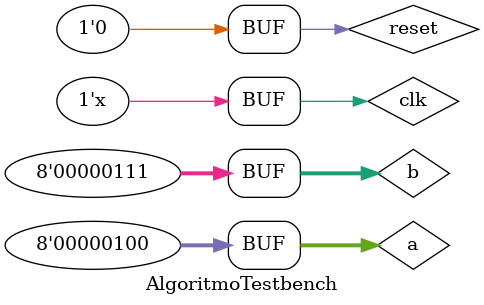
<source format=sv>
`timescale 1ns / 1ps
typedef struct packed {
    logic load_A;
    logic load_B;
    logic load_add;
    logic shift_HQ_LQ_Q_1;
    logic add_sub;
    logic dc;
}ControlSignals;

module AlgoritmoTestbench;
    logic reset,done;
    logic clk = 0;
    logic [7:0] Y;
    logic [2:0] Q_LSB;
    logic [4:0] counter;
    logic [7:0] a,b;
    ControlSignals control;
    
    Multiplicador Multiplicador(.clk(clk),.rst(reset),.A(a),.B(b),.mult_control(control),.Q_LSB(Q_LSB),.Y(Y),.done(done),.counter(counter));

    Control Controlador(.done(done),.reset(reset),.clk(clk),.Q(Q_LSB) ,.load_A(control.load_A),.load_B(control.load_B),.load_add(control.load_add),.shift_HQ_LQ_Q_1(control.shift_HQ_LQ_Q_1),.add_sub(control.add_sub),.dc(control.dc));
   
    always  #20 clk = ~clk;
   
    initial begin
    reset = 1'b1;
    #30
    reset = 1'b0;
        a = 8'b0000100;
        b = 8'b0000111;
       
    end
endmodule

</source>
